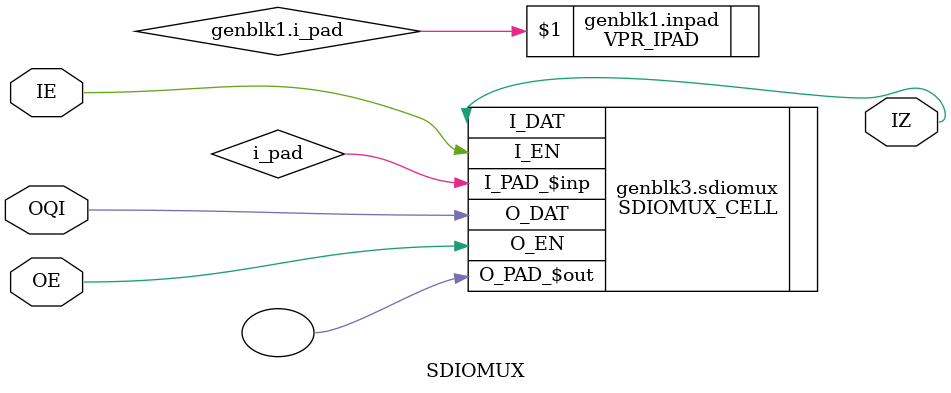
<source format=v>
`include "../vpr_pad/vpr_ipad.sim.v"
`include "../vpr_pad/vpr_opad.sim.v"
`include "./sdiomux_cell.sim.v"

(* MODES="INPUT;OUTPUT;INOUT" *)
module SDIOMUX(
    input  wire OQI,
    input  wire IE,
    input  wire OE,
    output wire IZ,
);

    parameter MODE = "INPUT";

    // Input mode
    generate if (MODE == "INPUT") begin

        (* pack="IPAD_TO_SDIOMUX" *)
        wire i_pad;

        (* keep *)
        VPR_IPAD inpad(i_pad);

    // Output mode
    end else if (MODE == "OUTPUT") begin

        (* pack="SDIOMUX_TO_OPAD" *)
        wire o_pad;

        (* keep *)
        VPR_OPAD outpad(o_pad);

    // InOut mode
    end if (MODE == "INOUT") begin

        (* pack="IOPAD_TO_SDIOMUX" *)
        wire i_pad;

        (* pack="IOPAD_TO_SDIOMUX" *)
        wire o_pad;

        (* keep *)
        VPR_IPAD inpad(i_pad);

        (* keep *)
        VPR_OPAD outpad(o_pad);

    end endgenerate

    // IO buffer
    generate if (MODE == "INPUT") begin

        (* keep *)
        SDIOMUX_CELL sdiomux(
            .I_PAD_$inp(i_pad),
            .I_DAT(IZ),
            .I_EN (IE),
            .O_PAD_$out(),
            .O_DAT(OQI),
            .O_EN (OE)
        );

    end else if (MODE == "OUTPUT") begin

        (* keep *)
        SDIOMUX_CELL sdiomux(
            .I_PAD_$inp(),
            .I_DAT(IZ),
            .I_EN (IE),
            .O_PAD_$out(o_pad),
            .O_DAT(OQI),
            .O_EN (OE)
        );

    end else if (MODE == "INOUT") begin

        (* keep *)
        SDIOMUX_CELL sdiomux(
            .I_PAD_$inp(i_pad),
            .I_DAT(IZ),
            .I_EN (IE),
            .O_PAD_$out(o_pad),
            .O_DAT(OQI),
            .O_EN (OE)
        );

    end endgenerate

endmodule

</source>
